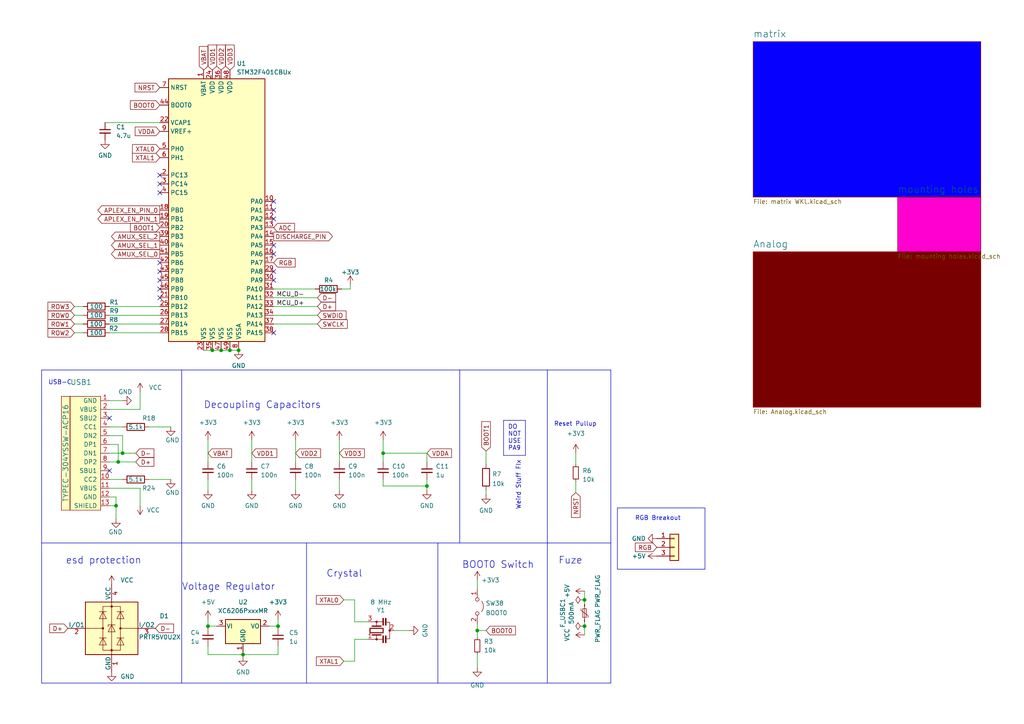
<source format=kicad_sch>
(kicad_sch (version 20230121) (generator eeschema)
  (paper "A4")
  (lib_symbols
    (symbol "Connector_Generic:Conn_01x03" (pin_names (offset 1.016) hide)
      (property "Reference" "J" (at 0 5.08 0))
      (property "Value" "Conn_01x03" (at 0 -5.08 0))
      (symbol "Conn_01x03_1_1"
        (rectangle (start -1.27 -2.413) (end 0 -2.667) (stroke (width 0.1524)))
        (rectangle (start -1.27 0.127) (end 0 -0.127) (stroke (width 0.1524)))
        (rectangle (start -1.27 2.667) (end 0 2.413) (stroke (width 0.1524)))
        (rectangle (start -1.27 3.81) (end 1.27 -3.81) (stroke (width 0.254)) (fill (type background)))
        (pin passive line (at -5.08 2.54 0) (length 3.81) (name "Pin_1") (number "1"))
        (pin passive line (at -5.08 0 0) (length 3.81) (name "Pin_2") (number "2"))
        (pin passive line (at -5.08 -2.54 0) (length 3.81) (name "Pin_3") (number "3"))
      )
    )
    (symbol "Device:C_Small" (pin_numbers hide) (pin_names (offset 0.254) hide)
      (property "Reference" "C" (at 0.254 1.778 0))
      (property "Value" "C_Small" (at 0.254 -2.032 0))
      (symbol "C_Small_0_1"
        (polyline (pts (xy -1.524 -0.508) (xy 1.524 -0.508)) (stroke (width 0.3302)))
        (polyline (pts (xy -1.524 0.508) (xy 1.524 0.508)) (stroke (width 0.3048)))
      )
      (symbol "C_Small_1_1"
        (pin passive line (at 0 2.54 270) (length 2.032) (name "~") (number "1"))
        (pin passive line (at 0 -2.54 90) (length 2.032) (name "~") (number "2"))
      )
    )
    (symbol "Device:Polyfuse_Small" (pin_numbers hide) (pin_names (offset 0))
      (property "Reference" "F" (at -1.905 0 90))
      (property "Value" "Polyfuse_Small" (at 1.905 0 90))
      (symbol "Polyfuse_Small_0_1"
        (rectangle (start -0.508 1.27) (end 0.508 -1.27))
        (polyline (pts (xy 0 2.54) (xy 0 -2.54)))
        (polyline (pts (xy -1.016 1.27) (xy -1.016 0.762) (xy 1.016 -0.762) (xy 1.016 -1.27)))
      )
      (symbol "Polyfuse_Small_1_1"
        (pin passive line (at 0 2.54 270) (length 0.635) (name "~") (number "1"))
        (pin passive line (at 0 -2.54 90) (length 0.635) (name "~") (number "2"))
      )
    )
    (symbol "Device:R" (pin_numbers hide) (pin_names (offset 0))
      (property "Reference" "R" (at 2.032 0 90))
      (property "Value" "R" (at 0 0 90))
      (symbol "R_0_1"
        (rectangle (start -1.016 -2.54) (end 1.016 2.54) (stroke (width 0.254)))
      )
      (symbol "R_1_1"
        (pin passive line (at 0 3.81 270) (length 1.27) (name "~") (number "1"))
        (pin passive line (at 0 -3.81 90) (length 1.27) (name "~") (number "2"))
      )
    )
    (symbol "Device:R_Small" (pin_numbers hide) (pin_names (offset 0.254) hide)
      (property "Reference" "R" (at 0.762 0.508 0))
      (property "Value" "R_Small" (at 0.762 -1.016 0))
      (symbol "R_Small_0_1"
        (rectangle (start -0.762 1.778) (end 0.762 -1.778) (stroke (width 0.2032)))
      )
      (symbol "R_Small_1_1"
        (pin passive line (at 0 2.54 270) (length 0.762) (name "~") (number "1"))
        (pin passive line (at 0 -2.54 90) (length 0.762) (name "~") (number "2"))
      )
    )
    (symbol "Device:Resonator_Small" (pin_names (offset 1.016) hide)
      (property "Reference" "Y" (at 3.175 1.905 0))
      (property "Value" "Resonator_Small" (at 3.175 0 0))
      (symbol "Resonator_Small_0_1"
        (rectangle (start -3.556 -2.54) (end -1.524 -2.794) (fill (type outline)))
        (rectangle (start -3.556 -1.778) (end -1.524 -2.032) (fill (type outline)))
        (circle (center -2.54 0) (radius 0.254) (fill (type outline)))
        (rectangle (start -0.635 1.905) (end 0.635 -1.905) (stroke (width 0.3048)))
        (circle (center 0 -3.81) (radius 0.254) (fill (type outline)))
        (polyline (pts (xy -2.54 -1.778) (xy -2.54 0)))
        (polyline (pts (xy -2.54 0) (xy -1.397 0)))
        (polyline (pts (xy -2.54 1.27) (xy -2.54 0)))
        (polyline (pts (xy -1.27 -1.27) (xy -1.27 1.27)) (stroke (width 0.381)))
        (polyline (pts (xy 1.27 -1.27) (xy 1.27 1.27)) (stroke (width 0.381)))
        (polyline (pts (xy 1.27 0) (xy 2.54 0)))
        (polyline (pts (xy 2.54 0) (xy 2.54 -1.778)))
        (polyline (pts (xy 2.54 1.27) (xy 2.54 0)))
        (polyline (pts (xy 2.413 -2.794) (xy 2.413 -3.81) (xy -2.413 -3.81) (xy -2.413 -2.667)))
        (rectangle (start 1.524 -2.54) (end 3.556 -2.794) (fill (type outline)))
        (rectangle (start 1.524 -1.778) (end 3.556 -2.032) (fill (type outline)))
        (circle (center 2.54 0) (radius 0.254) (fill (type outline)))
      )
      (symbol "Resonator_Small_1_1"
        (pin passive line (at -2.54 2.54 270) (length 1.27) (name "1") (number "1"))
        (pin passive line (at 0 -5.08 90) (length 1.27) (name "2") (number "2"))
        (pin passive line (at 2.54 2.54 270) (length 1.27) (name "3") (number "3"))
      )
    )
    (symbol "Jumper:Jumper_2_Open" (pin_names (offset 0) hide)
      (property "Reference" "JP" (at 0 2.794 0))
      (property "Value" "Jumper_2_Open" (at 0 -2.286 0))
      (symbol "Jumper_2_Open_0_0"
        (circle (center -2.032 0) (radius 0.508))
        (circle (center 2.032 0) (radius 0.508))
      )
      (symbol "Jumper_2_Open_0_1"
        (arc (start 1.524 1.27) (mid 0 1.778) (end -1.524 1.27))
      )
      (symbol "Jumper_2_Open_1_1"
        (pin passive line (at -5.08 0 0) (length 2.54) (name "A") (number "1"))
        (pin passive line (at 5.08 0 180) (length 2.54) (name "B") (number "2"))
      )
    )
    (symbol "MCU_ST_STM32F4:STM32F401CBUx"
      (property "Reference" "U" (at -15.24 39.37 0))
      (property "Value" "STM32F401CBUx" (at 5.08 39.37 0))
      (symbol "STM32F401CBUx_0_1"
        (rectangle (start -15.24 -38.1) (end 12.7 38.1) (stroke (width 0.254)) (fill (type background)))
      )
      (symbol "STM32F401CBUx_1_1"
        (pin power_in line (at -5.08 40.64 270) (length 2.54) (name "VBAT") (number "1"))
        (pin bidirectional line (at 15.24 2.54 180) (length 2.54) (name "PA0") (number "10"))
        (pin bidirectional line (at 15.24 0 180) (length 2.54) (name "PA1") (number "11"))
        (pin bidirectional line (at 15.24 -2.54 180) (length 2.54) (name "PA2") (number "12"))
        (pin bidirectional line (at 15.24 -5.08 180) (length 2.54) (name "PA3") (number "13"))
        (pin bidirectional line (at 15.24 -7.62 180) (length 2.54) (name "PA4") (number "14"))
        (pin bidirectional line (at 15.24 -10.16 180) (length 2.54) (name "PA5") (number "15"))
        (pin bidirectional line (at 15.24 -12.7 180) (length 2.54) (name "PA6") (number "16"))
        (pin bidirectional line (at 15.24 -15.24 180) (length 2.54) (name "PA7") (number "17"))
        (pin bidirectional line (at -17.78 0 0) (length 2.54) (name "PB0") (number "18"))
        (pin bidirectional line (at -17.78 -2.54 0) (length 2.54) (name "PB1") (number "19"))
        (pin bidirectional line (at -17.78 10.16 0) (length 2.54) (name "PC13") (number "2"))
        (pin bidirectional line (at -17.78 -5.08 0) (length 2.54) (name "PB2") (number "20"))
        (pin bidirectional line (at -17.78 -25.4 0) (length 2.54) (name "PB10") (number "21"))
        (pin power_in line (at -17.78 25.4 0) (length 2.54) (name "VCAP1") (number "22"))
        (pin power_in line (at -5.08 -40.64 90) (length 2.54) (name "VSS") (number "23"))
        (pin power_in line (at -2.54 40.64 270) (length 2.54) (name "VDD") (number "24"))
        (pin bidirectional line (at -17.78 -27.94 0) (length 2.54) (name "PB12") (number "25"))
        (pin bidirectional line (at -17.78 -30.48 0) (length 2.54) (name "PB13") (number "26"))
        (pin bidirectional line (at -17.78 -33.02 0) (length 2.54) (name "PB14") (number "27"))
        (pin bidirectional line (at -17.78 -35.56 0) (length 2.54) (name "PB15") (number "28"))
        (pin bidirectional line (at 15.24 -17.78 180) (length 2.54) (name "PA8") (number "29"))
        (pin bidirectional line (at -17.78 7.62 0) (length 2.54) (name "PC14") (number "3"))
        (pin bidirectional line (at 15.24 -20.32 180) (length 2.54) (name "PA9") (number "30"))
        (pin bidirectional line (at 15.24 -22.86 180) (length 2.54) (name "PA10") (number "31"))
        (pin bidirectional line (at 15.24 -25.4 180) (length 2.54) (name "PA11") (number "32"))
        (pin bidirectional line (at 15.24 -27.94 180) (length 2.54) (name "PA12") (number "33"))
        (pin bidirectional line (at 15.24 -30.48 180) (length 2.54) (name "PA13") (number "34"))
        (pin power_in line (at -2.54 -40.64 90) (length 2.54) (name "VSS") (number "35"))
        (pin power_in line (at 0 40.64 270) (length 2.54) (name "VDD") (number "36"))
        (pin bidirectional line (at 15.24 -33.02 180) (length 2.54) (name "PA14") (number "37"))
        (pin bidirectional line (at 15.24 -35.56 180) (length 2.54) (name "PA15") (number "38"))
        (pin bidirectional line (at -17.78 -7.62 0) (length 2.54) (name "PB3") (number "39"))
        (pin bidirectional line (at -17.78 5.08 0) (length 2.54) (name "PC15") (number "4"))
        (pin bidirectional line (at -17.78 -10.16 0) (length 2.54) (name "PB4") (number "40"))
        (pin bidirectional line (at -17.78 -12.7 0) (length 2.54) (name "PB5") (number "41"))
        (pin bidirectional line (at -17.78 -15.24 0) (length 2.54) (name "PB6") (number "42"))
        (pin bidirectional line (at -17.78 -17.78 0) (length 2.54) (name "PB7") (number "43"))
        (pin input line (at -17.78 30.48 0) (length 2.54) (name "BOOT0") (number "44"))
        (pin bidirectional line (at -17.78 -20.32 0) (length 2.54) (name "PB8") (number "45"))
        (pin bidirectional line (at -17.78 -22.86 0) (length 2.54) (name "PB9") (number "46"))
        (pin power_in line (at 0 -40.64 90) (length 2.54) (name "VSS") (number "47"))
        (pin power_in line (at 2.54 40.64 270) (length 2.54) (name "VDD") (number "48"))
        (pin power_in line (at 2.54 -40.64 90) (length 2.54) (name "VSS") (number "49"))
        (pin input line (at -17.78 17.78 0) (length 2.54) (name "PH0") (number "5"))
        (pin input line (at -17.78 15.24 0) (length 2.54) (name "PH1") (number "6"))
        (pin input line (at -17.78 35.56 0) (length 2.54) (name "NRST") (number "7"))
        (pin power_in line (at 5.08 -40.64 90) (length 2.54) (name "VSSA") (number "8"))
        (pin power_in line (at -17.78 22.86 0) (length 2.54) (name "VREF+") (number "9"))
      )
    )
    (symbol "Power_Protection:PRTR5V0U2X" (pin_names (offset 0))
      (property "Reference" "D" (at 2.794 8.636 0))
      (property "Value" "PRTR5V0U2X" (at 8.128 -9.398 0))
      (symbol "PRTR5V0U2X_0_1"
        (rectangle (start -7.62 -7.62) (end 7.62 7.62) (stroke (width 0.254)) (fill (type background)))
        (circle (center -2.54 0) (radius 0.254) (fill (type outline)))
        (rectangle (start -2.54 6.35) (end 2.54 -6.35))
        (circle (center 0 -6.35) (radius 0.254) (fill (type outline)))
        (polyline (pts (xy -2.54 0) (xy -7.62 0)))
        (polyline (pts (xy -1.524 -2.794) (xy -3.556 -2.794)))
        (polyline (pts (xy -1.524 4.826) (xy -3.556 4.826)))
        (polyline (pts (xy 0 -7.62) (xy 0 7.62)))
        (polyline (pts (xy 1.524 -2.794) (xy 3.556 -2.794)))
        (polyline (pts (xy 1.524 4.826) (xy 3.556 4.826)))
        (polyline (pts (xy 2.54 0) (xy 7.62 0)))
        (polyline (pts (xy 1.016 1.016) (xy -1.016 1.016) (xy -1.016 0.508)))
        (polyline (pts (xy -3.556 -4.826) (xy -1.524 -4.826) (xy -2.54 -2.794) (xy -3.556 -4.826)))
        (polyline (pts (xy -3.556 2.794) (xy -1.524 2.794) (xy -2.54 4.826) (xy -3.556 2.794)))
        (polyline (pts (xy -1.016 -1.016) (xy 1.016 -1.016) (xy 0 1.016) (xy -1.016 -1.016)))
        (polyline (pts (xy 3.556 -4.826) (xy 1.524 -4.826) (xy 2.54 -2.794) (xy 3.556 -4.826)))
        (polyline (pts (xy 3.556 2.794) (xy 1.524 2.794) (xy 2.54 4.826) (xy 3.556 2.794)))
        (circle (center 0 6.35) (radius 0.254) (fill (type outline)))
        (circle (center 2.54 0) (radius 0.254) (fill (type outline)))
      )
      (symbol "PRTR5V0U2X_1_1"
        (pin passive line (at 0 -12.7 90) (length 5.08) (name "GND") (number "1"))
        (pin passive line (at -12.7 0 0) (length 5.08) (name "I/O1") (number "2"))
        (pin passive line (at 12.7 0 180) (length 5.08) (name "I/O2") (number "3"))
        (pin passive line (at 0 12.7 270) (length 5.08) (name "VCC") (number "4"))
      )
    )
    (symbol "Regulator_Linear:XC6206PxxxMR" (pin_names (offset 0.254))
      (property "Reference" "U" (at -3.81 3.175 0))
      (property "Value" "XC6206PxxxMR" (at 0 3.175 0))
      (symbol "XC6206PxxxMR_0_1"
        (rectangle (start -5.08 1.905) (end 5.08 -5.08) (stroke (width 0.254)) (fill (type background)))
      )
      (symbol "XC6206PxxxMR_1_1"
        (pin power_in line (at 0 -7.62 90) (length 2.54) (name "GND") (number "1"))
        (pin power_out line (at 7.62 0 180) (length 2.54) (name "VO") (number "2"))
        (pin power_in line (at -7.62 0 0) (length 2.54) (name "VI") (number "3"))
      )
    )
    (symbol "cipulot_parts:TYPEC-304YSSW-ACP16" (pin_names (offset 1.016))
      (property "Reference" "USB" (at -5.08 16.51 0))
      (property "Value" "TYPEC-304YSSW-ACP16" (at -10.16 -1.27 90))
      (symbol "TYPEC-304YSSW-ACP16_0_1"
        (rectangle (start -11.43 15.24) (end -8.89 -17.78) (fill (type background)))
        (rectangle (start 0 -17.78) (end -8.89 15.24) (fill (type background)))
      )
      (symbol "TYPEC-304YSSW-ACP16_1_1"
        (pin input line (at 2.54 13.97 180) (length 2.54) (name "GND") (number "1"))
        (pin input line (at 2.54 -8.89 180) (length 2.54) (name "CC2") (number "10"))
        (pin input line (at 2.54 -11.43 180) (length 2.54) (name "VBUS") (number "11"))
        (pin input line (at 2.54 -13.97 180) (length 2.54) (name "GND") (number "12"))
        (pin input line (at 2.54 -16.51 180) (length 2.54) (name "SHIELD") (number "13"))
        (pin input line (at 2.54 11.43 180) (length 2.54) (name "VBUS") (number "2"))
        (pin input line (at 2.54 8.89 180) (length 2.54) (name "SBU2") (number "3"))
        (pin input line (at 2.54 6.35 180) (length 2.54) (name "CC1") (number "4"))
        (pin input line (at 2.54 3.81 180) (length 2.54) (name "DN2") (number "5"))
        (pin input line (at 2.54 1.27 180) (length 2.54) (name "DP1") (number "6"))
        (pin input line (at 2.54 -1.27 180) (length 2.54) (name "DN1") (number "7"))
        (pin input line (at 2.54 -3.81 180) (length 2.54) (name "DP2") (number "8"))
        (pin input line (at 2.54 -6.35 180) (length 2.54) (name "SBU1") (number "9"))
      )
    )
    (symbol "power:+3.3V" (power) (pin_names (offset 0))
      (property "Value" "+3.3V" (at 0 3.556 0))
      (symbol "+3.3V_0_1"
        (polyline (pts (xy -0.762 1.27) (xy 0 2.54)))
        (polyline (pts (xy 0 0) (xy 0 2.54)))
        (polyline (pts (xy 0 2.54) (xy 0.762 1.27)))
      )
      (symbol "+3.3V_1_1"
        (pin power_in line (at 0 0 90) (length 0) hide (name "+3V3") (number "1"))
      )
    )
    (symbol "power:+3V3" (power) (pin_names (offset 0))
      (property "Value" "+3V3" (at 0 3.556 0))
      (symbol "+3V3_0_1"
        (polyline (pts (xy -0.762 1.27) (xy 0 2.54)))
        (polyline (pts (xy 0 0) (xy 0 2.54)))
        (polyline (pts (xy 0 2.54) (xy 0.762 1.27)))
      )
      (symbol "+3V3_1_1"
        (pin power_in line (at 0 0 90) (length 0) hide (name "+3V3") (number "1"))
      )
    )
    (symbol "power:+5V" (power) (pin_names (offset 0))
      (property "Value" "+5V" (at 0 3.556 0))
      (symbol "+5V_0_1"
        (polyline (pts (xy -0.762 1.27) (xy 0 2.54)))
        (polyline (pts (xy 0 0) (xy 0 2.54)))
        (polyline (pts (xy 0 2.54) (xy 0.762 1.27)))
      )
      (symbol "+5V_1_1"
        (pin power_in line (at 0 0 90) (length 0) hide (name "+5V") (number "1"))
      )
    )
    (symbol "power:GND" (power) (pin_names (offset 0))
      (property "Value" "GND" (at 0 -3.81 0))
      (symbol "GND_0_1"
        (polyline (pts (xy 0 0) (xy 0 -1.27) (xy 1.27 -1.27) (xy 0 -2.54) (xy -1.27 -1.27) (xy 0 -1.27)))
      )
      (symbol "GND_1_1"
        (pin power_in line (at 0 0 270) (length 0) hide (name "GND") (number "1"))
      )
    )
    (symbol "power:PWR_FLAG" (power) (pin_numbers hide) (pin_names (offset 0) hide)
      (property "Value" "PWR_FLAG" (at 0 3.81 0))
      (symbol "PWR_FLAG_0_0"
        (pin power_out line (at 0 0 90) (length 0) (name "pwr") (number "1"))
      )
      (symbol "PWR_FLAG_0_1"
        (polyline (pts (xy 0 0) (xy 0 1.27) (xy -1.016 1.905) (xy 0 2.54) (xy 1.016 1.905) (xy 0 1.27)))
      )
    )
    (symbol "power:VCC" (power) (pin_names (offset 0))
      (property "Value" "VCC" (at 0 3.81 0))
      (symbol "VCC_0_1"
        (polyline (pts (xy -0.762 1.27) (xy 0 2.54)))
        (polyline (pts (xy 0 0) (xy 0 2.54)))
        (polyline (pts (xy 0 2.54) (xy 0.762 1.27)))
      )
      (symbol "VCC_1_1"
        (pin power_in line (at 0 0 90) (length 0) hide (name "VCC") (number "1"))
      )
    )
  )
  (junction (at 169.545 173.99))
  (junction (at 64.135 101.6))
  (junction (at 111.125 131.445))
  (junction (at 66.675 101.6))
  (junction (at 34.29 133.985))
  (junction (at 60.325 181.61))
  (junction (at 169.545 181.61))
  (junction (at 33.655 146.685))
  (junction (at 61.595 101.6))
  (junction (at 138.43 182.88))
  (junction (at 35.56 131.445))
  (junction (at 70.485 189.865))
  (junction (at 69.215 101.6))
  (junction (at 80.645 181.61))
  (junction (at 123.825 140.97))
  (no_connect (at 79.375 96.52))
  (no_connect (at 79.375 58.42))
  (no_connect (at 79.375 60.96))
  (no_connect (at 46.355 76.2))
  (no_connect (at 46.355 50.8))
  (no_connect (at 46.355 53.34))
  (no_connect (at 46.355 55.88))
  (no_connect (at 79.375 78.74))
  (no_connect (at 46.355 81.28))
  (no_connect (at 79.375 81.28))
  (no_connect (at 46.355 86.36))
  (no_connect (at 46.355 83.82))
  (no_connect (at 79.375 71.12))
  (no_connect (at 79.375 63.5))
  (no_connect (at 31.75 136.525))
  (no_connect (at 79.375 73.66))
  (no_connect (at 46.355 78.74))
  (no_connect (at 31.75 121.285))
  (wire (pts (xy 70.485 189.23) (xy 70.485 189.865)))
  (polyline (pts (xy 146.05 132.08) (xy 152.4 132.08)))
  (wire (pts (xy 102.87 191.77) (xy 102.87 185.42)))
  (wire (pts (xy 70.485 189.865) (xy 70.485 190.5)))
  (wire (pts (xy 31.75 128.905) (xy 34.29 128.905)))
  (wire (pts (xy 21.59 91.44) (xy 24.13 91.44)))
  (wire (pts (xy 33.655 144.145) (xy 33.655 146.685)))
  (wire (pts (xy 102.87 185.42) (xy 106.68 185.42)))
  (wire (pts (xy 167.005 131.445) (xy 167.005 134.62)))
  (wire (pts (xy 31.75 88.9) (xy 46.355 88.9)))
  (wire (pts (xy 123.825 140.97) (xy 123.825 142.24)))
  (wire (pts (xy 79.375 91.44) (xy 92.075 91.44)))
  (polyline (pts (xy 177.165 198.12) (xy 12.065 198.12)))
  (polyline (pts (xy 133.35 107.315) (xy 133.35 157.48)))
  (wire (pts (xy 34.29 128.905) (xy 34.29 133.985)))
  (wire (pts (xy 169.545 181.61) (xy 169.545 180.34)))
  (polyline (pts (xy 12.065 157.48) (xy 177.165 157.48)))
  (wire (pts (xy 79.375 93.98) (xy 92.075 93.98)))
  (wire (pts (xy 40.64 118.745) (xy 40.64 113.665)))
  (wire (pts (xy 79.375 86.36) (xy 92.075 86.36)))
  (wire (pts (xy 31.75 141.605) (xy 40.64 141.605)))
  (wire (pts (xy 60.325 182.245) (xy 60.325 181.61)))
  (wire (pts (xy 111.125 140.97) (xy 123.825 140.97)))
  (wire (pts (xy 40.64 141.605) (xy 40.64 146.685)))
  (polyline (pts (xy 12.065 107.315) (xy 12.065 198.12)))
  (wire (pts (xy 78.105 181.61) (xy 80.645 181.61)))
  (wire (pts (xy 123.825 131.445) (xy 123.825 133.985)))
  (wire (pts (xy 91.44 83.82) (xy 79.375 83.82)))
  (wire (pts (xy 101.6 83.82) (xy 101.6 82.55)))
  (wire (pts (xy 66.675 101.6) (xy 69.215 101.6)))
  (wire (pts (xy 70.485 189.865) (xy 80.645 189.865)))
  (wire (pts (xy 31.75 96.52) (xy 46.355 96.52)))
  (wire (pts (xy 60.325 139.065) (xy 60.325 142.24)))
  (wire (pts (xy 31.75 123.825) (xy 35.56 123.825)))
  (wire (pts (xy 111.125 131.445) (xy 111.125 133.985)))
  (wire (pts (xy 31.75 91.44) (xy 46.355 91.44)))
  (wire (pts (xy 80.645 189.865) (xy 80.645 187.325)))
  (wire (pts (xy 85.725 127.635) (xy 85.725 133.985)))
  (wire (pts (xy 106.68 180.34) (xy 102.87 180.34)))
  (wire (pts (xy 73.025 127.635) (xy 73.025 133.985)))
  (wire (pts (xy 35.56 131.445) (xy 39.37 131.445)))
  (wire (pts (xy 140.97 130.81) (xy 140.97 134.62)))
  (polyline (pts (xy 52.705 107.315) (xy 52.705 198.12)))
  (wire (pts (xy 60.325 127.635) (xy 60.325 133.985)))
  (wire (pts (xy 31.75 131.445) (xy 35.56 131.445)))
  (wire (pts (xy 138.43 189.865) (xy 138.43 193.675)))
  (wire (pts (xy 43.18 123.825) (xy 49.53 123.825)))
  (wire (pts (xy 98.425 139.065) (xy 98.425 142.24)))
  (wire (pts (xy 99.695 173.99) (xy 102.87 173.99)))
  (wire (pts (xy 33.655 146.685) (xy 33.655 150.495)))
  (wire (pts (xy 31.75 118.745) (xy 40.64 118.745)))
  (wire (pts (xy 111.125 127.635) (xy 111.125 131.445)))
  (wire (pts (xy 80.645 181.61) (xy 80.645 179.705)))
  (wire (pts (xy 59.055 101.6) (xy 61.595 101.6)))
  (wire (pts (xy 99.695 191.77) (xy 102.87 191.77)))
  (wire (pts (xy 111.125 131.445) (xy 123.825 131.445)))
  (wire (pts (xy 138.43 180.975) (xy 138.43 182.88)))
  (wire (pts (xy 169.545 175.26) (xy 169.545 173.99)))
  (wire (pts (xy 21.59 88.9) (xy 24.13 88.9)))
  (polyline (pts (xy 158.75 157.48) (xy 158.75 198.12)))
  (wire (pts (xy 123.825 139.065) (xy 123.825 140.97)))
  (wire (pts (xy 61.595 101.6) (xy 64.135 101.6)))
  (wire (pts (xy 111.125 139.065) (xy 111.125 140.97)))
  (wire (pts (xy 31.75 126.365) (xy 35.56 126.365)))
  (wire (pts (xy 79.375 88.9) (xy 92.075 88.9)))
  (wire (pts (xy 31.75 116.205) (xy 35.56 116.205)))
  (wire (pts (xy 73.025 139.065) (xy 73.025 142.24)))
  (wire (pts (xy 31.75 139.065) (xy 35.56 139.065)))
  (wire (pts (xy 102.87 180.34) (xy 102.87 173.99)))
  (wire (pts (xy 60.325 189.865) (xy 60.325 187.325)))
  (wire (pts (xy 64.135 101.6) (xy 66.675 101.6)))
  (wire (pts (xy 21.59 93.98) (xy 24.13 93.98)))
  (wire (pts (xy 138.43 182.88) (xy 138.43 184.785)))
  (polyline (pts (xy 152.4 132.08) (xy 152.4 121.92)))
  (wire (pts (xy 98.425 127.635) (xy 98.425 133.985)))
  (wire (pts (xy 138.43 182.88) (xy 140.97 182.88)))
  (wire (pts (xy 99.06 83.82) (xy 101.6 83.82)))
  (wire (pts (xy 140.97 142.24) (xy 140.97 143.51)))
  (polyline (pts (xy 12.065 107.315) (xy 177.165 107.315)))
  (wire (pts (xy 31.75 144.145) (xy 33.655 144.145)))
  (wire (pts (xy 80.645 181.61) (xy 80.645 182.245)))
  (wire (pts (xy 169.545 173.99) (xy 169.545 171.45)))
  (wire (pts (xy 30.48 35.56) (xy 46.355 35.56)))
  (polyline (pts (xy 146.05 121.92) (xy 146.05 132.08)))
  (wire (pts (xy 46.355 93.98) (xy 31.75 93.98)))
  (wire (pts (xy 70.485 189.865) (xy 60.325 189.865)))
  (wire (pts (xy 21.59 96.52) (xy 24.13 96.52)))
  (polyline (pts (xy 158.75 107.315) (xy 158.75 157.48)))
  (wire (pts (xy 60.325 181.61) (xy 62.865 181.61)))
  (polyline (pts (xy 146.05 121.92) (xy 152.4 121.92)))
  (polyline (pts (xy 88.9 157.48) (xy 88.9 198.12)))
  (wire (pts (xy 33.655 146.685) (xy 31.75 146.685)))
  (wire (pts (xy 34.29 133.985) (xy 39.37 133.985)))
  (wire (pts (xy 169.545 184.15) (xy 169.545 181.61)))
  (wire (pts (xy 138.43 168.275) (xy 138.43 170.815)))
  (wire (pts (xy 43.18 139.065) (xy 49.53 139.065)))
  (wire (pts (xy 60.325 181.61) (xy 60.325 179.705)))
  (wire (pts (xy 167.005 139.7) (xy 167.005 142.875)))
  (wire (pts (xy 35.56 126.365) (xy 35.56 131.445)))
  (polyline (pts (xy 127 157.48) (xy 127 198.12)))
  (wire (pts (xy 85.725 139.065) (xy 85.725 142.24)))
  (wire (pts (xy 114.3 182.88) (xy 118.745 182.88)))
  (polyline (pts (xy 177.165 107.315) (xy 177.165 198.12)))
  (wire (pts (xy 31.75 133.985) (xy 34.29 133.985)))
  (rectangle (start 179.07 147.32) (end 204.47 165.1))
  (text "Weird Stuff FIx" (at 151.13 147.955 90) (effects (font (size 1.27 1.27)) (justify left bottom)))
  (text "BOOT0 Switch" (at 133.985 165.1 0) (effects (font (size 2 2)) (justify left bottom)))
  (text "USB-C" (at 13.97 111.76 0) (effects (font (size 1.27 1.27)) (justify left bottom)))
  (text "RGB Breakout" (at 184.15 151.13 0) (effects (font (size 1.27 1.27)) (justify left bottom)))
  (text "Voltage Regulator" (at 52.705 171.45 0) (effects (font (size 2 2)) (justify left bottom)))
  (text "Reset Pullup" (at 160.655 123.825 0) (effects (font (size 1.27 1.27)) (justify left bottom)))
  (text "esd protection\n" (at 19.05 163.83 0) (effects (font (size 2 2)) (justify left bottom)))
  (text "DO\nNOT\nUSE\nPA9\n" (at 147.32 130.81 0) (effects (font (size 1.27 1.27)) (justify left bottom)))
  (text "Fuze\n" (at 161.925 163.83 0) (effects (font (size 2 2)) (justify left bottom)))
  (text "Crystal" (at 94.615 167.64 0) (effects (font (size 2 2)) (justify left bottom)))
  (text "Decoupling Capacitors" (at 59.055 118.745 0) (effects (font (size 2 2)) (justify left bottom)))
  (label "MCU_D-" (at 88.265 86.36 180))
  (label "MCU_D+" (at 88.265 88.9 180))
  (global_label "XTAL1" (shape input) (at 99.695 191.77 180) (property "Intersheetrefs" "${INTERSHEET_REFS}" (effects hide)))
  (global_label "VDDA" (shape input) (at 123.825 131.445 0) (property "Intersheetrefs" "${INTERSHEET_REFS}" (effects hide)))
  (global_label "VDD2" (shape input) (at 64.135 20.32 90) (property "Intersheetrefs" "${INTERSHEET_REFS}" (effects hide)))
  (global_label "ROW0" (shape input) (at 21.59 91.44 180) (property "Intersheetrefs" "${INTERSHEET_REFS}" (effects hide)))
  (global_label "DISCHARGE_PIN" (shape output) (at 79.375 68.58 0) (property "Intersheetrefs" "${INTERSHEET_REFS}" (effects hide)))
  (global_label "VBAT" (shape input) (at 59.055 20.32 90) (property "Intersheetrefs" "${INTERSHEET_REFS}" (effects hide)))
  (global_label "BOOT1" (shape input) (at 46.355 66.04 180) (property "Intersheetrefs" "${INTERSHEET_REFS}" (effects hide)))
  (global_label "ROW2" (shape input) (at 21.59 96.52 180) (property "Intersheetrefs" "${INTERSHEET_REFS}" (effects hide)))
  (global_label "NRST" (shape input) (at 46.355 25.4 180) (property "Intersheetrefs" "${INTERSHEET_REFS}" (effects hide)))
  (global_label "SWDIO" (shape input) (at 92.075 91.44 0) (property "Intersheetrefs" "${INTERSHEET_REFS}" (effects hide)))
  (global_label "ROW1" (shape input) (at 21.59 93.98 180) (property "Intersheetrefs" "${INTERSHEET_REFS}" (effects hide)))
  (global_label "D+" (shape input) (at 19.685 182.245 180) (property "Intersheetrefs" "${INTERSHEET_REFS}" (effects hide)))
  (global_label "NRST" (shape input) (at 167.005 142.875 270) (property "Intersheetrefs" "${INTERSHEET_REFS}" (effects hide)))
  (global_label "RGB" (shape input) (at 79.375 76.2 0) (property "Intersheetrefs" "${INTERSHEET_REFS}" (effects hide)))
  (global_label "XTAL0" (shape input) (at 46.355 43.18 180) (property "Intersheetrefs" "${INTERSHEET_REFS}" (effects hide)))
  (global_label "RGB" (shape input) (at 190.5 158.75 180) (property "Intersheetrefs" "${INTERSHEET_REFS}" (effects hide)))
  (global_label "APLEX_EN_PIN_0" (shape output) (at 46.355 60.96 180) (property "Intersheetrefs" "${INTERSHEET_REFS}" (effects hide)))
  (global_label "BOOT1" (shape input) (at 140.97 130.81 90) (property "Intersheetrefs" "${INTERSHEET_REFS}" (effects hide)))
  (global_label "AMUX_SEL_2" (shape output) (at 46.355 68.58 180) (property "Intersheetrefs" "${INTERSHEET_REFS}" (effects hide)))
  (global_label "VBAT" (shape input) (at 60.325 131.445 0) (property "Intersheetrefs" "${INTERSHEET_REFS}" (effects hide)))
  (global_label "D-" (shape input) (at 45.085 182.245 0) (property "Intersheetrefs" "${INTERSHEET_REFS}" (effects hide)))
  (global_label "APLEX_EN_PIN_1" (shape output) (at 46.355 63.5 180) (property "Intersheetrefs" "${INTERSHEET_REFS}" (effects hide)))
  (global_label "ROW3" (shape input) (at 21.59 88.9 180) (property "Intersheetrefs" "${INTERSHEET_REFS}" (effects hide)))
  (global_label "AMUX_SEL_0" (shape output) (at 46.355 73.66 180) (property "Intersheetrefs" "${INTERSHEET_REFS}" (effects hide)))
  (global_label "VDD1" (shape input) (at 73.025 131.445 0) (property "Intersheetrefs" "${INTERSHEET_REFS}" (effects hide)))
  (global_label "ADC" (shape input) (at 79.375 66.04 0) (property "Intersheetrefs" "${INTERSHEET_REFS}" (effects hide)))
  (global_label "XTAL1" (shape input) (at 46.355 45.72 180) (property "Intersheetrefs" "${INTERSHEET_REFS}" (effects hide)))
  (global_label "D+" (shape input) (at 92.075 88.9 0) (property "Intersheetrefs" "${INTERSHEET_REFS}" (effects hide)))
  (global_label "VDD2" (shape input) (at 85.725 131.445 0) (property "Intersheetrefs" "${INTERSHEET_REFS}" (effects hide)))
  (global_label "XTAL0" (shape input) (at 99.695 173.99 180) (property "Intersheetrefs" "${INTERSHEET_REFS}" (effects hide)))
  (global_label "VDD3" (shape input) (at 98.425 131.445 0) (property "Intersheetrefs" "${INTERSHEET_REFS}" (effects hide)))
  (global_label "SWCLK" (shape input) (at 92.075 93.98 0) (property "Intersheetrefs" "${INTERSHEET_REFS}" (effects hide)))
  (global_label "AMUX_SEL_1" (shape output) (at 46.355 71.12 180) (property "Intersheetrefs" "${INTERSHEET_REFS}" (effects hide)))
  (global_label "VDD1" (shape input) (at 61.595 20.32 90) (property "Intersheetrefs" "${INTERSHEET_REFS}" (effects hide)))
  (global_label "VDD3" (shape input) (at 66.675 20.32 90) (property "Intersheetrefs" "${INTERSHEET_REFS}" (effects hide)))
  (global_label "D-" (shape input) (at 39.37 131.445 0) (property "Intersheetrefs" "${INTERSHEET_REFS}" (effects hide)))
  (global_label "BOOT0" (shape input) (at 46.355 30.48 180) (property "Intersheetrefs" "${INTERSHEET_REFS}" (effects hide)))
  (global_label "D-" (shape input) (at 92.075 86.36 0) (property "Intersheetrefs" "${INTERSHEET_REFS}" (effects hide)))
  (global_label "D+" (shape input) (at 39.37 133.985 0) (property "Intersheetrefs" "${INTERSHEET_REFS}" (effects hide)))
  (global_label "VDDA" (shape input) (at 46.355 38.1 180) (property "Intersheetrefs" "${INTERSHEET_REFS}" (effects hide)))
  (global_label "BOOT0" (shape input) (at 140.97 182.88 0) (property "Intersheetrefs" "${INTERSHEET_REFS}" (effects hide)))
  (symbol (lib_id "power:GND") (at 118.745 182.88 90) (unit 1)
    (property "Reference" "#PWR0109" (effects hide))
    (property "Value" "GND" (at 123.3075 182.88 0))
  )
  (symbol (lib_id "Device:Resonator_Small") (at 109.22 182.88 90) (unit 1)
    (property "Reference" "Y1" (at 110.49 176.9618 90))
    (property "Value" "8 MHz" (at 110.49 174.6504 90))
    (property "Footprint" "Crystal:Resonator_SMD_Murata_CSTxExxV-3Pin_3.0x1.1mm" (effects hide))
    (property "LCSC" "C907975" (effects hide))
  )
  (symbol (lib_id "Device:R") (at 39.37 139.065 90) (unit 1)
    (property "Reference" "R24" (at 43.18 141.605 90))
    (property "Value" "5.1k" (at 39.37 139.065 90))
    (property "Footprint" "Resistor_SMD:R_0402_1005Metric" (effects hide))
    (property "LCSC" "C25905" (effects hide))
  )
  (symbol (lib_id "power:+5V") (at 60.325 179.705 0) (unit 1)
    (property "Reference" "#PWR0115" (effects hide))
    (property "Value" "+5V" (at 60.325 174.625 0))
  )
  (symbol (lib_id "power:GND") (at 123.825 142.24 0) (unit 1)
    (property "Reference" "#PWR0123" (effects hide))
    (property "Value" "GND" (at 123.825 146.685 0))
  )
  (symbol (lib_id "Device:C_Small") (at 123.825 136.525 0) (unit 1)
    (property "Reference" "C11" (at 126.365 135.2612 0) (effects (justify left)))
    (property "Value" "1u" (at 126.365 137.8012 0) (effects (justify left)))
    (property "Footprint" "Capacitor_SMD:C_0402_1005Metric" (effects hide))
  )
  (symbol (lib_id "Device:R") (at 95.25 83.82 90) (unit 1)
    (property "Reference" "R4" (at 93.98 81.28 90) (effects (justify right)))
    (property "Value" "100k" (at 92.71 83.82 90) (effects (justify right)))
    (property "Footprint" "Resistor_SMD:R_0402_1005Metric" (effects hide))
    (property "LCSC" "C25741" (effects hide))
  )
  (symbol (lib_id "power:GND") (at 30.48 40.64 0) (unit 1)
    (property "Reference" "#PWR0110" (effects hide))
    (property "Value" "GND" (at 30.48 45.085 0))
  )
  (symbol (lib_id "Device:R") (at 27.94 88.9 270) (unit 1)
    (property "Reference" "R1" (at 31.75 87.63 90) (effects (justify left)))
    (property "Value" "100" (at 26.035 88.9 90) (effects (justify left)))
    (property "Footprint" "Resistor_SMD:R_0402_1005Metric" (effects hide))
    (property "LCSC" "C25076" (effects hide))
  )
  (symbol (lib_id "Connector_Generic:Conn_01x03") (at 195.58 158.75 0) (unit 1) (in_bom no)
    (property "Reference" "J1" (effects hide))
    (property "Value" "ARGB" (effects hide))
    (property "Footprint" "cipulot_parts:PinHeader_RGB strip" (effects hide))
  )
  (symbol (lib_id "power:GND") (at 35.56 116.205 90) (unit 1)
    (property "Reference" "#PWR0126" (effects hide))
    (property "Value" "GND" (at 34.29 113.665 90) (effects (justify right)))
  )
  (symbol (lib_id "Device:C_Small") (at 30.48 38.1 0) (unit 1)
    (property "Reference" "C1" (at 33.655 36.8362 0) (effects (justify left)))
    (property "Value" "4.7u" (at 33.655 39.3762 0) (effects (justify left)))
    (property "Footprint" "Capacitor_SMD:C_0402_1005Metric" (effects hide))
  )
  (symbol (lib_id "power:GND") (at 70.485 190.5 0) (unit 1)
    (property "Reference" "#PWR0111" (effects hide))
    (property "Value" "GND" (at 70.485 194.945 0))
  )
  (symbol (lib_id "power:GND") (at 140.97 143.51 0) (unit 1)
    (property "Reference" "#PWR0114" (effects hide))
    (property "Value" "GND" (at 140.97 148.0725 0))
  )
  (symbol (lib_id "power:+3V3") (at 138.43 168.275 0) (unit 1)
    (property "Reference" "#PWR01" (effects hide))
    (property "Value" "+3V3" (at 142.24 168.275 0))
  )
  (symbol (lib_id "power:GND") (at 98.425 142.24 0) (unit 1)
    (property "Reference" "#PWR0121" (effects hide))
    (property "Value" "GND" (at 98.425 146.685 0))
  )
  (symbol (lib_id "power:+3.3V") (at 101.6 82.55 0) (unit 1)
    (property "Reference" "#PWR0102" (effects hide))
    (property "Value" "+3.3V" (at 101.6 78.9455 0))
  )
  (symbol (lib_id "power:GND") (at 138.43 193.675 0) (unit 1)
    (property "Reference" "#PWR0105" (effects hide))
    (property "Value" "GND" (at 138.43 198.755 0))
  )
  (symbol (lib_id "power:VCC") (at 169.545 184.15 90) (unit 1)
    (property "Reference" "#PWR0108" (effects hide))
    (property "Value" "VCC" (at 164.465 184.15 0))
  )
  (symbol (lib_id "MCU_ST_STM32F4:STM32F401CBUx") (at 64.135 60.96 0) (unit 1)
    (property "Reference" "U1" (at 68.6309 18.415 0) (effects (justify left)))
    (property "Value" "STM32F401CBUx" (at 68.6309 20.955 0) (effects (justify left)))
    (property "Footprint" "Package_DFN_QFN:QFN-48-1EP_7x7mm_P0.5mm_EP5.6x5.6mm" (effects hide))
    (property "Datasheet" "http://www.st.com/st-web-ui/static/active/en/resource/technical/document/datasheet/DM00086815.pdf" (effects hide))
    (property "LCSC" "C118825" (effects hide))
  )
  (symbol (lib_id "Device:R_Small") (at 138.43 187.325 0) (unit 1)
    (property "Reference" "R3" (at 140.335 186.0549 0) (effects (justify left)))
    (property "Value" "10k" (at 140.335 188.5949 0) (effects (justify left)))
    (property "Footprint" "Resistor_SMD:R_0402_1005Metric" (effects hide))
  )
  (symbol (lib_id "Device:C_Small") (at 111.125 136.525 0) (unit 1)
    (property "Reference" "C10" (at 113.665 135.2612 0) (effects (justify left)))
    (property "Value" "100n" (at 113.665 137.8012 0) (effects (justify left)))
    (property "Footprint" "Capacitor_SMD:C_0402_1005Metric" (effects hide))
  )
  (symbol (lib_id "power:+3V3") (at 167.005 131.445 0) (unit 1)
    (property "Reference" "#PWR0103" (effects hide))
    (property "Value" "+3V3" (at 167.005 125.73 0))
  )
  (symbol (lib_id "power:VCC") (at 40.64 146.685 180) (unit 1)
    (property "Reference" "#PWR0151" (effects hide))
    (property "Value" "VCC" (at 42.545 147.9549 0) (effects (justify right)))
  )
  (symbol (lib_id "power:GND") (at 60.325 142.24 0) (unit 1)
    (property "Reference" "#PWR0112" (effects hide))
    (property "Value" "GND" (at 60.325 146.685 0))
  )
  (symbol (lib_id "Device:C_Small") (at 73.025 136.525 0) (unit 1)
    (property "Reference" "C7" (at 75.565 135.2612 0) (effects (justify left)))
    (property "Value" "100n" (at 75.565 137.8012 0) (effects (justify left)))
    (property "Footprint" "Capacitor_SMD:C_0402_1005Metric" (effects hide))
  )
  (symbol (lib_id "Jumper:Jumper_2_Open") (at 138.43 175.895 270) (unit 1)
    (property "Reference" "SW38" (at 140.843 174.9865 90) (effects (justify left)))
    (property "Value" "BOOT0" (at 140.843 177.7616 90) (effects (justify left)))
    (property "Footprint" "Connector_PinHeader_2.54mm:PinHeader_1x02_P2.54mm_Vertical" (effects hide))
  )
  (symbol (lib_id "Power_Protection:PRTR5V0U2X") (at 32.385 182.245 0) (unit 1)
    (property "Reference" "D1" (at 47.625 178.6636 0))
    (property "Value" "PRTR5V0U2X" (at 46.355 184.785 0))
    (property "Footprint" "Package_TO_SOT_SMD:SOT-143" (effects hide))
    (property "Datasheet" "https://assets.nexperia.com/documents/data-sheet/PRTR5V0U2X.pdf" (effects hide))
  )
  (symbol (lib_id "power:VCC") (at 32.385 169.545 0) (unit 1)
    (property "Reference" "#PWR0106" (effects hide))
    (property "Value" "VCC" (at 34.925 168.2749 0) (effects (justify left)))
  )
  (symbol (lib_id "power:VCC") (at 40.64 113.665 0) (unit 1)
    (property "Reference" "#PWR0125" (effects hide))
    (property "Value" "VCC" (at 43.18 112.3949 0) (effects (justify left)))
  )
  (symbol (lib_id "Device:C_Small") (at 80.645 184.785 0) (unit 1)
    (property "Reference" "C5" (at 83.82 183.5212 0) (effects (justify left)))
    (property "Value" "1u" (at 83.82 186.0612 0) (effects (justify left)))
    (property "Footprint" "Capacitor_SMD:C_0402_1005Metric" (effects hide))
  )
  (symbol (lib_id "Regulator_Linear:XC6206PxxxMR") (at 70.485 181.61 0) (unit 1)
    (property "Reference" "U2" (at 70.485 174.625 0))
    (property "Value" "XC6206PxxxMR" (at 70.485 177.165 0))
    (property "Footprint" "Package_TO_SOT_SMD:SOT-23" (effects hide))
    (property "Datasheet" "https://www.torexsemi.com/file/xc6206/XC6206.pdf" (effects hide))
  )
  (symbol (lib_id "power:GND") (at 32.385 194.945 0) (unit 1)
    (property "Reference" "#PWR0107" (effects hide))
    (property "Value" "GND" (at 34.925 196.2149 0) (effects (justify left)))
  )
  (symbol (lib_id "Device:C_Small") (at 60.325 184.785 0) (unit 1)
    (property "Reference" "C4" (at 55.245 183.515 0) (effects (justify left)))
    (property "Value" "1u" (at 55.245 186.055 0) (effects (justify left)))
    (property "Footprint" "Capacitor_SMD:C_0402_1005Metric" (effects hide))
  )
  (symbol (lib_id "power:GND") (at 49.53 123.825 0) (unit 1)
    (property "Reference" "#PWR0127" (effects hide))
    (property "Value" "GND" (at 52.07 127.635 0) (effects (justify right)))
  )
  (symbol (lib_id "power:+5V") (at 190.5 161.29 90) (unit 1)
    (property "Reference" "#PWR03" (effects hide))
    (property "Value" "+5V" (at 187.325 161.29 90) (effects (justify left)))
  )
  (symbol (lib_id "power:+5V") (at 169.545 171.45 90) (unit 1)
    (property "Reference" "#PWR0104" (effects hide))
    (property "Value" "+5V" (at 164.465 171.45 0))
  )
  (symbol (lib_id "Device:C_Small") (at 85.725 136.525 0) (unit 1)
    (property "Reference" "C8" (at 88.265 135.2612 0) (effects (justify left)))
    (property "Value" "100n" (at 88.265 137.8012 0) (effects (justify left)))
    (property "Footprint" "Capacitor_SMD:C_0402_1005Metric" (effects hide))
  )
  (symbol (lib_id "Device:Polyfuse_Small") (at 169.545 177.8 180) (unit 1)
    (property "Reference" "F_USBC1" (at 163.195 177.8 90))
    (property "Value" "500mA" (at 165.735 177.8 90))
    (property "Footprint" "Fuse:Fuse_1206_3216Metric" (effects hide))
  )
  (symbol (lib_id "power:+3V3") (at 98.425 127.635 0) (unit 1)
    (property "Reference" "#PWR0118" (effects hide))
    (property "Value" "+3V3" (at 98.425 122.555 0))
  )
  (symbol (lib_id "power:GND") (at 85.725 142.24 0) (unit 1)
    (property "Reference" "#PWR0122" (effects hide))
    (property "Value" "GND" (at 85.725 146.685 0))
  )
  (symbol (lib_id "Device:C_Small") (at 98.425 136.525 0) (unit 1)
    (property "Reference" "C9" (at 100.965 135.2612 0) (effects (justify left)))
    (property "Value" "100n" (at 100.965 137.8012 0) (effects (justify left)))
    (property "Footprint" "Capacitor_SMD:C_0402_1005Metric" (effects hide))
  )
  (symbol (lib_id "power:GND") (at 73.025 142.24 0) (unit 1)
    (property "Reference" "#PWR0124" (effects hide))
    (property "Value" "GND" (at 73.025 146.685 0))
  )
  (symbol (lib_id "Device:R") (at 140.97 138.43 180) (unit 1)
    (property "Reference" "R7" (at 142.748 137.5215 0) (effects (justify right)))
    (property "Value" "10k" (at 142.748 140.2966 0) (effects (justify right)))
    (property "Footprint" "Resistor_SMD:R_0402_1005Metric" (effects hide))
    (property "LCSC" "C25744" (effects hide))
  )
  (symbol (lib_id "Device:R") (at 27.94 96.52 90) (unit 1)
    (property "Reference" "R2" (at 34.29 95.25 90) (effects (justify left)))
    (property "Value" "100" (at 29.845 96.52 90) (effects (justify left)))
    (property "Footprint" "Resistor_SMD:R_0402_1005Metric" (effects hide))
    (property "LCSC" "C25076" (effects hide))
  )
  (symbol (lib_id "power:GND") (at 69.215 101.6 0) (unit 1)
    (property "Reference" "#PWR0101" (effects hide))
    (property "Value" "GND" (at 69.215 106.045 0))
  )
  (symbol (lib_id "power:PWR_FLAG") (at 169.545 173.99 90) (unit 1)
    (property "Reference" "#FLG0101" (effects hide))
    (property "Value" "PWR_FLAG" (at 173.355 171.45 0))
  )
  (symbol (lib_id "power:+3V3") (at 60.325 127.635 0) (unit 1)
    (property "Reference" "#PWR0113" (effects hide))
    (property "Value" "+3V3" (at 60.325 122.555 0))
  )
  (symbol (lib_id "cipulot_parts:TYPEC-304YSSW-ACP16") (at 29.21 130.175 0) (unit 1)
    (property "Reference" "USB1" (at 23.495 110.8509 0) (effects (font (size 1.524 1.524))))
    (property "Value" "TYPEC-304YSSW-ACP16" (at 19.05 131.445 90) (effects (font (size 1.524 1.524))))
    (property "Footprint" "cipulot_parts:XUNPU-TYPEC-312DSS-ACP16-Assembly" (effects hide))
    (property "LCSC" "C2840392" (effects hide))
  )
  (symbol (lib_id "Device:C_Small") (at 60.325 136.525 0) (unit 1)
    (property "Reference" "C6" (at 62.865 135.2612 0) (effects (justify left)))
    (property "Value" "100n" (at 62.865 137.8012 0) (effects (justify left)))
    (property "Footprint" "Capacitor_SMD:C_0402_1005Metric" (effects hide))
  )
  (symbol (lib_id "Device:R") (at 39.37 123.825 270) (unit 1)
    (property "Reference" "R18" (at 43.18 121.285 90))
    (property "Value" "5.1k" (at 39.37 123.825 90))
    (property "Footprint" "Resistor_SMD:R_0402_1005Metric" (effects hide))
    (property "LCSC" "C25905" (effects hide))
  )
  (symbol (lib_id "Device:R_Small") (at 167.005 137.16 0) (unit 1)
    (property "Reference" "R6" (at 168.91 136.525 0) (effects (justify left)))
    (property "Value" "10k" (at 168.91 139.065 0) (effects (justify left)))
    (property "Footprint" "Resistor_SMD:R_0402_1005Metric" (effects hide))
  )
  (symbol (lib_id "power:+3V3") (at 73.025 127.635 0) (unit 1)
    (property "Reference" "#PWR0117" (effects hide))
    (property "Value" "+3V3" (at 73.025 122.555 0))
  )
  (symbol (lib_id "power:GND") (at 33.655 150.495 0) (unit 1)
    (property "Reference" "#PWR0150" (effects hide))
    (property "Value" "GND" (at 35.56 154.305 0) (effects (justify right)))
  )
  (symbol (lib_id "power:GND") (at 190.5 156.21 270) (unit 1)
    (property "Reference" "#PWR02" (effects hide))
    (property "Value" "GND" (at 187.325 156.21 90) (effects (justify right)))
  )
  (symbol (lib_id "Device:R") (at 27.94 91.44 270) (unit 1)
    (property "Reference" "R9" (at 31.75 90.17 90) (effects (justify left)))
    (property "Value" "100" (at 26.035 91.44 90) (effects (justify left)))
    (property "Footprint" "Resistor_SMD:R_0402_1005Metric" (effects hide))
    (property "LCSC" "C25076" (effects hide))
  )
  (symbol (lib_id "power:+3V3") (at 111.125 127.635 0) (unit 1)
    (property "Reference" "#PWR0120" (effects hide))
    (property "Value" "+3V3" (at 111.125 122.555 0))
  )
  (symbol (lib_id "power:PWR_FLAG") (at 169.545 181.61 90) (unit 1)
    (property "Reference" "#FLG0102" (effects hide))
    (property "Value" "PWR_FLAG" (at 173.355 181.61 0))
  )
  (symbol (lib_id "power:+3V3") (at 85.725 127.635 0) (unit 1)
    (property "Reference" "#PWR0119" (effects hide))
    (property "Value" "+3V3" (at 85.725 122.555 0))
  )
  (symbol (lib_id "power:GND") (at 49.53 139.065 0) (unit 1)
    (property "Reference" "#PWR0149" (effects hide))
    (property "Value" "GND" (at 52.07 142.875 0) (effects (justify right)))
  )
  (symbol (lib_id "power:+3V3") (at 80.645 179.705 0) (unit 1)
    (property "Reference" "#PWR0116" (effects hide))
    (property "Value" "+3V3" (at 80.645 174.625 0))
  )
  (symbol (lib_id "Device:R") (at 27.94 93.98 90) (unit 1)
    (property "Reference" "R8" (at 34.29 92.71 90) (effects (justify left)))
    (property "Value" "100" (at 29.845 93.98 90) (effects (justify left)))
    (property "Footprint" "Resistor_SMD:R_0402_1005Metric" (effects hide))
    (property "LCSC" "C25076" (effects hide))
  )
  (sheet (at 218.44 73.025) (size 66.04 45.085) (stroke (width 0.1524)) (fill (color 120 0 0 1.0000))
    (property "Sheetname" "Analog" (at 218.44 71.9484 0) (effects (font (size 2 2)) (justify left bottom)))
    (property "Sheetfile" "Analog.kicad_sch" (at 218.44 118.6946 0) (effects (justify left top)))
  )
  (sheet (at 260.35 57.15) (size 24.13 15.875) (stroke (width 0.1524)) (fill (color 255 0 208 1.0000))
    (property "Sheetname" "mounting holes" (at 260.35 56.0734 0) (effects (font (size 2 2)) (justify left bottom)))
    (property "Sheetfile" "mounting holes.kicad_sch" (at 260.35 73.6096 0) (effects (justify left top)))
  )
  (sheet (at 218.44 12.065) (size 66.04 45.085) (stroke (width 0.1524)) (fill (color 5 0 255 1.0000))
    (property "Sheetname" "matrix" (at 218.44 10.9884 0) (effects (font (size 2 2)) (justify left bottom)))
    (property "Sheetfile" "matrix WKL.kicad_sch" (at 218.44 57.7346 0) (effects (justify left top)))
  )
)
</source>
